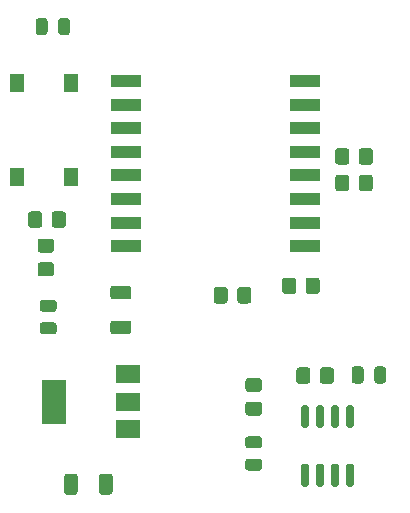
<source format=gbr>
%TF.GenerationSoftware,KiCad,Pcbnew,(5.1.10)-1*%
%TF.CreationDate,2021-09-08T13:01:39+02:00*%
%TF.ProjectId,LUCES,4c554345-532e-46b6-9963-61645f706362,rev?*%
%TF.SameCoordinates,Original*%
%TF.FileFunction,Paste,Top*%
%TF.FilePolarity,Positive*%
%FSLAX46Y46*%
G04 Gerber Fmt 4.6, Leading zero omitted, Abs format (unit mm)*
G04 Created by KiCad (PCBNEW (5.1.10)-1) date 2021-09-08 13:01:39*
%MOMM*%
%LPD*%
G01*
G04 APERTURE LIST*
%ADD10R,2.500000X1.000000*%
%ADD11R,2.000000X1.500000*%
%ADD12R,2.000000X3.800000*%
%ADD13R,1.300000X1.550000*%
G04 APERTURE END LIST*
%TO.C,C5*%
G36*
G01*
X-14700001Y5650000D02*
X-13399999Y5650000D01*
G75*
G02*
X-13150000Y5400001I0J-249999D01*
G01*
X-13150000Y4749999D01*
G75*
G02*
X-13399999Y4500000I-249999J0D01*
G01*
X-14700001Y4500000D01*
G75*
G02*
X-14950000Y4749999I0J249999D01*
G01*
X-14950000Y5400001D01*
G75*
G02*
X-14700001Y5650000I249999J0D01*
G01*
G37*
G36*
G01*
X-14700001Y8600000D02*
X-13399999Y8600000D01*
G75*
G02*
X-13150000Y8350001I0J-249999D01*
G01*
X-13150000Y7699999D01*
G75*
G02*
X-13399999Y7450000I-249999J0D01*
G01*
X-14700001Y7450000D01*
G75*
G02*
X-14950000Y7699999I0J249999D01*
G01*
X-14950000Y8350001D01*
G75*
G02*
X-14700001Y8600000I249999J0D01*
G01*
G37*
%TD*%
%TO.C,R8*%
G36*
G01*
X-400000Y8149999D02*
X-400000Y9050001D01*
G75*
G02*
X-150001Y9300000I249999J0D01*
G01*
X550001Y9300000D01*
G75*
G02*
X800000Y9050001I0J-249999D01*
G01*
X800000Y8149999D01*
G75*
G02*
X550001Y7900000I-249999J0D01*
G01*
X-150001Y7900000D01*
G75*
G02*
X-400000Y8149999I0J249999D01*
G01*
G37*
G36*
G01*
X1600000Y8149999D02*
X1600000Y9050001D01*
G75*
G02*
X1849999Y9300000I249999J0D01*
G01*
X2550001Y9300000D01*
G75*
G02*
X2800000Y9050001I0J-249999D01*
G01*
X2800000Y8149999D01*
G75*
G02*
X2550001Y7900000I-249999J0D01*
G01*
X1849999Y7900000D01*
G75*
G02*
X1600000Y8149999I0J249999D01*
G01*
G37*
%TD*%
D10*
%TO.C,U3*%
X1550000Y25950000D03*
X1550000Y23950000D03*
X1550000Y21950000D03*
X1550000Y19950000D03*
X1550000Y17950000D03*
X1550000Y15950000D03*
X1550000Y13950000D03*
X1550000Y11950000D03*
X-13650000Y11950000D03*
X-13650000Y13950000D03*
X-13650000Y15950000D03*
X-13650000Y17950000D03*
X-13650000Y19950000D03*
X-13650000Y21950000D03*
X-13650000Y23950000D03*
X-13650000Y25950000D03*
%TD*%
%TO.C,C6*%
G36*
G01*
X-20675000Y5500000D02*
X-19725000Y5500000D01*
G75*
G02*
X-19475000Y5250000I0J-250000D01*
G01*
X-19475000Y4750000D01*
G75*
G02*
X-19725000Y4500000I-250000J0D01*
G01*
X-20675000Y4500000D01*
G75*
G02*
X-20925000Y4750000I0J250000D01*
G01*
X-20925000Y5250000D01*
G75*
G02*
X-20675000Y5500000I250000J0D01*
G01*
G37*
G36*
G01*
X-20675000Y7400000D02*
X-19725000Y7400000D01*
G75*
G02*
X-19475000Y7150000I0J-250000D01*
G01*
X-19475000Y6650000D01*
G75*
G02*
X-19725000Y6400000I-250000J0D01*
G01*
X-20675000Y6400000D01*
G75*
G02*
X-20925000Y6650000I0J250000D01*
G01*
X-20925000Y7150000D01*
G75*
G02*
X-20675000Y7400000I250000J0D01*
G01*
G37*
%TD*%
%TO.C,C4*%
G36*
G01*
X-20250000Y31025000D02*
X-20250000Y30075000D01*
G75*
G02*
X-20500000Y29825000I-250000J0D01*
G01*
X-21000000Y29825000D01*
G75*
G02*
X-21250000Y30075000I0J250000D01*
G01*
X-21250000Y31025000D01*
G75*
G02*
X-21000000Y31275000I250000J0D01*
G01*
X-20500000Y31275000D01*
G75*
G02*
X-20250000Y31025000I0J-250000D01*
G01*
G37*
G36*
G01*
X-18350000Y31025000D02*
X-18350000Y30075000D01*
G75*
G02*
X-18600000Y29825000I-250000J0D01*
G01*
X-19100000Y29825000D01*
G75*
G02*
X-19350000Y30075000I0J250000D01*
G01*
X-19350000Y31025000D01*
G75*
G02*
X-19100000Y31275000I250000J0D01*
G01*
X-18600000Y31275000D01*
G75*
G02*
X-18350000Y31025000I0J-250000D01*
G01*
G37*
%TD*%
%TO.C,C3*%
G36*
G01*
X-17700000Y-7549999D02*
X-17700000Y-8850001D01*
G75*
G02*
X-17949999Y-9100000I-249999J0D01*
G01*
X-18600001Y-9100000D01*
G75*
G02*
X-18850000Y-8850001I0J249999D01*
G01*
X-18850000Y-7549999D01*
G75*
G02*
X-18600001Y-7300000I249999J0D01*
G01*
X-17949999Y-7300000D01*
G75*
G02*
X-17700000Y-7549999I0J-249999D01*
G01*
G37*
G36*
G01*
X-14750000Y-7549999D02*
X-14750000Y-8850001D01*
G75*
G02*
X-14999999Y-9100000I-249999J0D01*
G01*
X-15650001Y-9100000D01*
G75*
G02*
X-15900000Y-8850001I0J249999D01*
G01*
X-15900000Y-7549999D01*
G75*
G02*
X-15650001Y-7300000I249999J0D01*
G01*
X-14999999Y-7300000D01*
G75*
G02*
X-14750000Y-7549999I0J-249999D01*
G01*
G37*
%TD*%
%TO.C,C2*%
G36*
G01*
X7400000Y575000D02*
X7400000Y1525000D01*
G75*
G02*
X7650000Y1775000I250000J0D01*
G01*
X8150000Y1775000D01*
G75*
G02*
X8400000Y1525000I0J-250000D01*
G01*
X8400000Y575000D01*
G75*
G02*
X8150000Y325000I-250000J0D01*
G01*
X7650000Y325000D01*
G75*
G02*
X7400000Y575000I0J250000D01*
G01*
G37*
G36*
G01*
X5500000Y575000D02*
X5500000Y1525000D01*
G75*
G02*
X5750000Y1775000I250000J0D01*
G01*
X6250000Y1775000D01*
G75*
G02*
X6500000Y1525000I0J-250000D01*
G01*
X6500000Y575000D01*
G75*
G02*
X6250000Y325000I-250000J0D01*
G01*
X5750000Y325000D01*
G75*
G02*
X5500000Y575000I0J250000D01*
G01*
G37*
%TD*%
%TO.C,C1*%
G36*
G01*
X-3275000Y-6050000D02*
X-2325000Y-6050000D01*
G75*
G02*
X-2075000Y-6300000I0J-250000D01*
G01*
X-2075000Y-6800000D01*
G75*
G02*
X-2325000Y-7050000I-250000J0D01*
G01*
X-3275000Y-7050000D01*
G75*
G02*
X-3525000Y-6800000I0J250000D01*
G01*
X-3525000Y-6300000D01*
G75*
G02*
X-3275000Y-6050000I250000J0D01*
G01*
G37*
G36*
G01*
X-3275000Y-4150000D02*
X-2325000Y-4150000D01*
G75*
G02*
X-2075000Y-4400000I0J-250000D01*
G01*
X-2075000Y-4900000D01*
G75*
G02*
X-2325000Y-5150000I-250000J0D01*
G01*
X-3275000Y-5150000D01*
G75*
G02*
X-3525000Y-4900000I0J250000D01*
G01*
X-3525000Y-4400000D01*
G75*
G02*
X-3275000Y-4150000I250000J0D01*
G01*
G37*
%TD*%
D11*
%TO.C,U2*%
X-13400000Y-3500000D03*
X-13400000Y1100000D03*
X-13400000Y-1200000D03*
D12*
X-19700000Y-1200000D03*
%TD*%
D13*
%TO.C,SW1*%
X-18300000Y25780000D03*
X-22800000Y25780000D03*
X-22800000Y17820000D03*
X-18300000Y17820000D03*
%TD*%
%TO.C,U1*%
G36*
G01*
X1695000Y-3450000D02*
X1395000Y-3450000D01*
G75*
G02*
X1245000Y-3300000I0J150000D01*
G01*
X1245000Y-1650000D01*
G75*
G02*
X1395000Y-1500000I150000J0D01*
G01*
X1695000Y-1500000D01*
G75*
G02*
X1845000Y-1650000I0J-150000D01*
G01*
X1845000Y-3300000D01*
G75*
G02*
X1695000Y-3450000I-150000J0D01*
G01*
G37*
G36*
G01*
X2965000Y-3450000D02*
X2665000Y-3450000D01*
G75*
G02*
X2515000Y-3300000I0J150000D01*
G01*
X2515000Y-1650000D01*
G75*
G02*
X2665000Y-1500000I150000J0D01*
G01*
X2965000Y-1500000D01*
G75*
G02*
X3115000Y-1650000I0J-150000D01*
G01*
X3115000Y-3300000D01*
G75*
G02*
X2965000Y-3450000I-150000J0D01*
G01*
G37*
G36*
G01*
X4235000Y-3450000D02*
X3935000Y-3450000D01*
G75*
G02*
X3785000Y-3300000I0J150000D01*
G01*
X3785000Y-1650000D01*
G75*
G02*
X3935000Y-1500000I150000J0D01*
G01*
X4235000Y-1500000D01*
G75*
G02*
X4385000Y-1650000I0J-150000D01*
G01*
X4385000Y-3300000D01*
G75*
G02*
X4235000Y-3450000I-150000J0D01*
G01*
G37*
G36*
G01*
X5505000Y-3450000D02*
X5205000Y-3450000D01*
G75*
G02*
X5055000Y-3300000I0J150000D01*
G01*
X5055000Y-1650000D01*
G75*
G02*
X5205000Y-1500000I150000J0D01*
G01*
X5505000Y-1500000D01*
G75*
G02*
X5655000Y-1650000I0J-150000D01*
G01*
X5655000Y-3300000D01*
G75*
G02*
X5505000Y-3450000I-150000J0D01*
G01*
G37*
G36*
G01*
X5505000Y-8400000D02*
X5205000Y-8400000D01*
G75*
G02*
X5055000Y-8250000I0J150000D01*
G01*
X5055000Y-6600000D01*
G75*
G02*
X5205000Y-6450000I150000J0D01*
G01*
X5505000Y-6450000D01*
G75*
G02*
X5655000Y-6600000I0J-150000D01*
G01*
X5655000Y-8250000D01*
G75*
G02*
X5505000Y-8400000I-150000J0D01*
G01*
G37*
G36*
G01*
X4235000Y-8400000D02*
X3935000Y-8400000D01*
G75*
G02*
X3785000Y-8250000I0J150000D01*
G01*
X3785000Y-6600000D01*
G75*
G02*
X3935000Y-6450000I150000J0D01*
G01*
X4235000Y-6450000D01*
G75*
G02*
X4385000Y-6600000I0J-150000D01*
G01*
X4385000Y-8250000D01*
G75*
G02*
X4235000Y-8400000I-150000J0D01*
G01*
G37*
G36*
G01*
X2965000Y-8400000D02*
X2665000Y-8400000D01*
G75*
G02*
X2515000Y-8250000I0J150000D01*
G01*
X2515000Y-6600000D01*
G75*
G02*
X2665000Y-6450000I150000J0D01*
G01*
X2965000Y-6450000D01*
G75*
G02*
X3115000Y-6600000I0J-150000D01*
G01*
X3115000Y-8250000D01*
G75*
G02*
X2965000Y-8400000I-150000J0D01*
G01*
G37*
G36*
G01*
X1695000Y-8400000D02*
X1395000Y-8400000D01*
G75*
G02*
X1245000Y-8250000I0J150000D01*
G01*
X1245000Y-6600000D01*
G75*
G02*
X1395000Y-6450000I150000J0D01*
G01*
X1695000Y-6450000D01*
G75*
G02*
X1845000Y-6600000I0J-150000D01*
G01*
X1845000Y-8250000D01*
G75*
G02*
X1695000Y-8400000I-150000J0D01*
G01*
G37*
%TD*%
%TO.C,R2*%
G36*
G01*
X-3250001Y-1200000D02*
X-2349999Y-1200000D01*
G75*
G02*
X-2100000Y-1449999I0J-249999D01*
G01*
X-2100000Y-2150001D01*
G75*
G02*
X-2349999Y-2400000I-249999J0D01*
G01*
X-3250001Y-2400000D01*
G75*
G02*
X-3500000Y-2150001I0J249999D01*
G01*
X-3500000Y-1449999D01*
G75*
G02*
X-3250001Y-1200000I249999J0D01*
G01*
G37*
G36*
G01*
X-3250001Y800000D02*
X-2349999Y800000D01*
G75*
G02*
X-2100000Y550001I0J-249999D01*
G01*
X-2100000Y-150001D01*
G75*
G02*
X-2349999Y-400000I-249999J0D01*
G01*
X-3250001Y-400000D01*
G75*
G02*
X-3500000Y-150001I0J249999D01*
G01*
X-3500000Y550001D01*
G75*
G02*
X-3250001Y800000I249999J0D01*
G01*
G37*
%TD*%
%TO.C,R1*%
G36*
G01*
X2800000Y549999D02*
X2800000Y1450001D01*
G75*
G02*
X3049999Y1700000I249999J0D01*
G01*
X3750001Y1700000D01*
G75*
G02*
X4000000Y1450001I0J-249999D01*
G01*
X4000000Y549999D01*
G75*
G02*
X3750001Y300000I-249999J0D01*
G01*
X3049999Y300000D01*
G75*
G02*
X2800000Y549999I0J249999D01*
G01*
G37*
G36*
G01*
X800000Y549999D02*
X800000Y1450001D01*
G75*
G02*
X1049999Y1700000I249999J0D01*
G01*
X1750001Y1700000D01*
G75*
G02*
X2000000Y1450001I0J-249999D01*
G01*
X2000000Y549999D01*
G75*
G02*
X1750001Y300000I-249999J0D01*
G01*
X1049999Y300000D01*
G75*
G02*
X800000Y549999I0J249999D01*
G01*
G37*
%TD*%
%TO.C,R3*%
G36*
G01*
X-21900000Y13749999D02*
X-21900000Y14650001D01*
G75*
G02*
X-21650001Y14900000I249999J0D01*
G01*
X-20949999Y14900000D01*
G75*
G02*
X-20700000Y14650001I0J-249999D01*
G01*
X-20700000Y13749999D01*
G75*
G02*
X-20949999Y13500000I-249999J0D01*
G01*
X-21650001Y13500000D01*
G75*
G02*
X-21900000Y13749999I0J249999D01*
G01*
G37*
G36*
G01*
X-19900000Y13749999D02*
X-19900000Y14650001D01*
G75*
G02*
X-19650001Y14900000I249999J0D01*
G01*
X-18949999Y14900000D01*
G75*
G02*
X-18700000Y14650001I0J-249999D01*
G01*
X-18700000Y13749999D01*
G75*
G02*
X-18949999Y13500000I-249999J0D01*
G01*
X-19650001Y13500000D01*
G75*
G02*
X-19900000Y13749999I0J249999D01*
G01*
G37*
%TD*%
%TO.C,R4*%
G36*
G01*
X-20850001Y10600000D02*
X-19949999Y10600000D01*
G75*
G02*
X-19700000Y10350001I0J-249999D01*
G01*
X-19700000Y9649999D01*
G75*
G02*
X-19949999Y9400000I-249999J0D01*
G01*
X-20850001Y9400000D01*
G75*
G02*
X-21100000Y9649999I0J249999D01*
G01*
X-21100000Y10350001D01*
G75*
G02*
X-20850001Y10600000I249999J0D01*
G01*
G37*
G36*
G01*
X-20850001Y12600000D02*
X-19949999Y12600000D01*
G75*
G02*
X-19700000Y12350001I0J-249999D01*
G01*
X-19700000Y11649999D01*
G75*
G02*
X-19949999Y11400000I-249999J0D01*
G01*
X-20850001Y11400000D01*
G75*
G02*
X-21100000Y11649999I0J249999D01*
G01*
X-21100000Y12350001D01*
G75*
G02*
X-20850001Y12600000I249999J0D01*
G01*
G37*
%TD*%
%TO.C,R5*%
G36*
G01*
X-5000000Y8250001D02*
X-5000000Y7349999D01*
G75*
G02*
X-5249999Y7100000I-249999J0D01*
G01*
X-5950001Y7100000D01*
G75*
G02*
X-6200000Y7349999I0J249999D01*
G01*
X-6200000Y8250001D01*
G75*
G02*
X-5950001Y8500000I249999J0D01*
G01*
X-5249999Y8500000D01*
G75*
G02*
X-5000000Y8250001I0J-249999D01*
G01*
G37*
G36*
G01*
X-3000000Y8250001D02*
X-3000000Y7349999D01*
G75*
G02*
X-3249999Y7100000I-249999J0D01*
G01*
X-3950001Y7100000D01*
G75*
G02*
X-4200000Y7349999I0J249999D01*
G01*
X-4200000Y8250001D01*
G75*
G02*
X-3950001Y8500000I249999J0D01*
G01*
X-3249999Y8500000D01*
G75*
G02*
X-3000000Y8250001I0J-249999D01*
G01*
G37*
%TD*%
%TO.C,R6*%
G36*
G01*
X6100000Y19099999D02*
X6100000Y20000001D01*
G75*
G02*
X6349999Y20250000I249999J0D01*
G01*
X7050001Y20250000D01*
G75*
G02*
X7300000Y20000001I0J-249999D01*
G01*
X7300000Y19099999D01*
G75*
G02*
X7050001Y18850000I-249999J0D01*
G01*
X6349999Y18850000D01*
G75*
G02*
X6100000Y19099999I0J249999D01*
G01*
G37*
G36*
G01*
X4100000Y19099999D02*
X4100000Y20000001D01*
G75*
G02*
X4349999Y20250000I249999J0D01*
G01*
X5050001Y20250000D01*
G75*
G02*
X5300000Y20000001I0J-249999D01*
G01*
X5300000Y19099999D01*
G75*
G02*
X5050001Y18850000I-249999J0D01*
G01*
X4349999Y18850000D01*
G75*
G02*
X4100000Y19099999I0J249999D01*
G01*
G37*
%TD*%
%TO.C,R7*%
G36*
G01*
X4100000Y16849999D02*
X4100000Y17750001D01*
G75*
G02*
X4349999Y18000000I249999J0D01*
G01*
X5050001Y18000000D01*
G75*
G02*
X5300000Y17750001I0J-249999D01*
G01*
X5300000Y16849999D01*
G75*
G02*
X5050001Y16600000I-249999J0D01*
G01*
X4349999Y16600000D01*
G75*
G02*
X4100000Y16849999I0J249999D01*
G01*
G37*
G36*
G01*
X6100000Y16849999D02*
X6100000Y17750001D01*
G75*
G02*
X6349999Y18000000I249999J0D01*
G01*
X7050001Y18000000D01*
G75*
G02*
X7300000Y17750001I0J-249999D01*
G01*
X7300000Y16849999D01*
G75*
G02*
X7050001Y16600000I-249999J0D01*
G01*
X6349999Y16600000D01*
G75*
G02*
X6100000Y16849999I0J249999D01*
G01*
G37*
%TD*%
M02*

</source>
